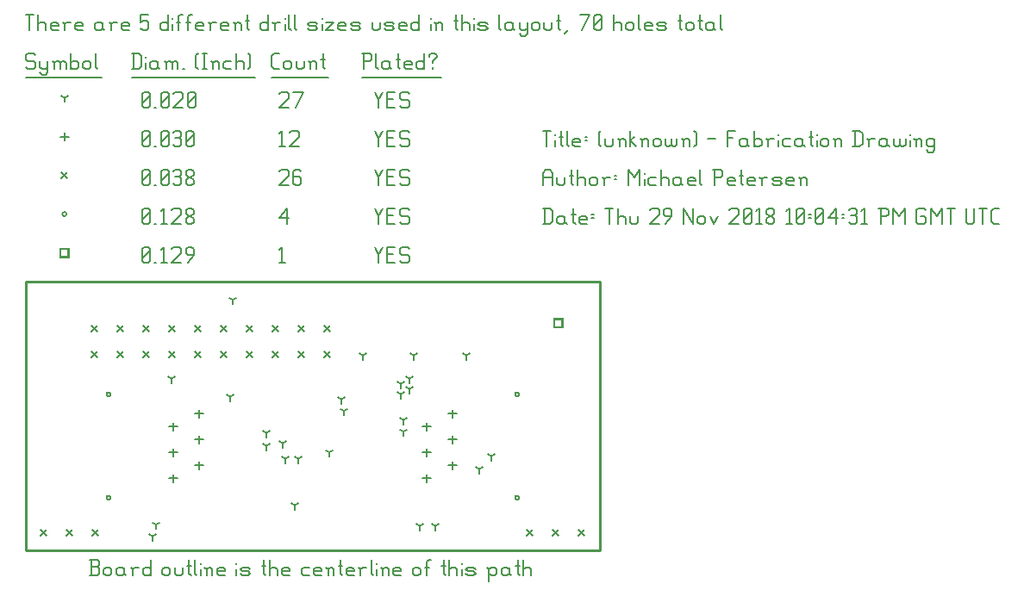
<source format=gbr>
G04 start of page 12 for group -3984 idx -3984 *
G04 Title: (unknown), fab *
G04 Creator: pcb 20140316 *
G04 CreationDate: Thu 29 Nov 2018 10:04:31 PM GMT UTC *
G04 For: railfan *
G04 Format: Gerber/RS-274X *
G04 PCB-Dimensions (mil): 2220.00 1040.00 *
G04 PCB-Coordinate-Origin: lower left *
%MOIN*%
%FSLAX25Y25*%
%LNFAB*%
%ADD74C,0.0100*%
%ADD73C,0.0075*%
%ADD72C,0.0060*%
%ADD71R,0.0080X0.0080*%
G54D71*X204400Y89600D02*X207600D01*
X204400D02*Y86400D01*
X207600D01*
Y89600D02*Y86400D01*
X13400Y116850D02*X16600D01*
X13400D02*Y113650D01*
X16600D01*
Y116850D02*Y113650D01*
G54D72*X135000Y117500D02*X136500Y114500D01*
X138000Y117500D01*
X136500Y114500D02*Y111500D01*
X139800Y114800D02*X142050D01*
X139800Y111500D02*X142800D01*
X139800Y117500D02*Y111500D01*
Y117500D02*X142800D01*
X147600D02*X148350Y116750D01*
X145350Y117500D02*X147600D01*
X144600Y116750D02*X145350Y117500D01*
X144600Y116750D02*Y115250D01*
X145350Y114500D01*
X147600D01*
X148350Y113750D01*
Y112250D01*
X147600Y111500D02*X148350Y112250D01*
X145350Y111500D02*X147600D01*
X144600Y112250D02*X145350Y111500D01*
X98000Y116300D02*X99200Y117500D01*
Y111500D01*
X98000D02*X100250D01*
X45000Y112250D02*X45750Y111500D01*
X45000Y116750D02*Y112250D01*
Y116750D02*X45750Y117500D01*
X47250D01*
X48000Y116750D01*
Y112250D01*
X47250Y111500D02*X48000Y112250D01*
X45750Y111500D02*X47250D01*
X45000Y113000D02*X48000Y116000D01*
X49800Y111500D02*X50550D01*
X52350Y116300D02*X53550Y117500D01*
Y111500D01*
X52350D02*X54600D01*
X56400Y116750D02*X57150Y117500D01*
X59400D01*
X60150Y116750D01*
Y115250D01*
X56400Y111500D02*X60150Y115250D01*
X56400Y111500D02*X60150D01*
X62700D02*X64950Y114500D01*
Y116750D02*Y114500D01*
X64200Y117500D02*X64950Y116750D01*
X62700Y117500D02*X64200D01*
X61950Y116750D02*X62700Y117500D01*
X61950Y116750D02*Y115250D01*
X62700Y114500D01*
X64950D01*
X31200Y60500D02*G75*G03X32800Y60500I800J0D01*G01*
G75*G03X31200Y60500I-800J0D01*G01*
Y20500D02*G75*G03X32800Y20500I800J0D01*G01*
G75*G03X31200Y20500I-800J0D01*G01*
X189200D02*G75*G03X190800Y20500I800J0D01*G01*
G75*G03X189200Y20500I-800J0D01*G01*
Y60500D02*G75*G03X190800Y60500I800J0D01*G01*
G75*G03X189200Y60500I-800J0D01*G01*
X14200Y130250D02*G75*G03X15800Y130250I800J0D01*G01*
G75*G03X14200Y130250I-800J0D01*G01*
X135000Y132500D02*X136500Y129500D01*
X138000Y132500D01*
X136500Y129500D02*Y126500D01*
X139800Y129800D02*X142050D01*
X139800Y126500D02*X142800D01*
X139800Y132500D02*Y126500D01*
Y132500D02*X142800D01*
X147600D02*X148350Y131750D01*
X145350Y132500D02*X147600D01*
X144600Y131750D02*X145350Y132500D01*
X144600Y131750D02*Y130250D01*
X145350Y129500D01*
X147600D01*
X148350Y128750D01*
Y127250D01*
X147600Y126500D02*X148350Y127250D01*
X145350Y126500D02*X147600D01*
X144600Y127250D02*X145350Y126500D01*
X98000Y128750D02*X101000Y132500D01*
X98000Y128750D02*X101750D01*
X101000Y132500D02*Y126500D01*
X45000Y127250D02*X45750Y126500D01*
X45000Y131750D02*Y127250D01*
Y131750D02*X45750Y132500D01*
X47250D01*
X48000Y131750D01*
Y127250D01*
X47250Y126500D02*X48000Y127250D01*
X45750Y126500D02*X47250D01*
X45000Y128000D02*X48000Y131000D01*
X49800Y126500D02*X50550D01*
X52350Y131300D02*X53550Y132500D01*
Y126500D01*
X52350D02*X54600D01*
X56400Y131750D02*X57150Y132500D01*
X59400D01*
X60150Y131750D01*
Y130250D01*
X56400Y126500D02*X60150Y130250D01*
X56400Y126500D02*X60150D01*
X61950Y127250D02*X62700Y126500D01*
X61950Y128450D02*Y127250D01*
Y128450D02*X63000Y129500D01*
X63900D01*
X64950Y128450D01*
Y127250D01*
X64200Y126500D02*X64950Y127250D01*
X62700Y126500D02*X64200D01*
X61950Y130550D02*X63000Y129500D01*
X61950Y131750D02*Y130550D01*
Y131750D02*X62700Y132500D01*
X64200D01*
X64950Y131750D01*
Y130550D01*
X63900Y129500D02*X64950Y130550D01*
X25300Y77200D02*X27700Y74800D01*
X25300D02*X27700Y77200D01*
X35300D02*X37700Y74800D01*
X35300D02*X37700Y77200D01*
X45300D02*X47700Y74800D01*
X45300D02*X47700Y77200D01*
X55300D02*X57700Y74800D01*
X55300D02*X57700Y77200D01*
X65300D02*X67700Y74800D01*
X65300D02*X67700Y77200D01*
X75300D02*X77700Y74800D01*
X75300D02*X77700Y77200D01*
X85300D02*X87700Y74800D01*
X85300D02*X87700Y77200D01*
X95300D02*X97700Y74800D01*
X95300D02*X97700Y77200D01*
X105300D02*X107700Y74800D01*
X105300D02*X107700Y77200D01*
X115300D02*X117700Y74800D01*
X115300D02*X117700Y77200D01*
X25300Y87200D02*X27700Y84800D01*
X25300D02*X27700Y87200D01*
X35300D02*X37700Y84800D01*
X35300D02*X37700Y87200D01*
X45300D02*X47700Y84800D01*
X45300D02*X47700Y87200D01*
X55300D02*X57700Y84800D01*
X55300D02*X57700Y87200D01*
X65300D02*X67700Y84800D01*
X65300D02*X67700Y87200D01*
X75300D02*X77700Y84800D01*
X75300D02*X77700Y87200D01*
X85300D02*X87700Y84800D01*
X85300D02*X87700Y87200D01*
X95300D02*X97700Y84800D01*
X95300D02*X97700Y87200D01*
X105300D02*X107700Y84800D01*
X105300D02*X107700Y87200D01*
X115300D02*X117700Y84800D01*
X115300D02*X117700Y87200D01*
X193800Y8200D02*X196200Y5800D01*
X193800D02*X196200Y8200D01*
X203800D02*X206200Y5800D01*
X203800D02*X206200Y8200D01*
X213800D02*X216200Y5800D01*
X213800D02*X216200Y8200D01*
X5800D02*X8200Y5800D01*
X5800D02*X8200Y8200D01*
X15800D02*X18200Y5800D01*
X15800D02*X18200Y8200D01*
X25800D02*X28200Y5800D01*
X25800D02*X28200Y8200D01*
X13800Y146450D02*X16200Y144050D01*
X13800D02*X16200Y146450D01*
X135000Y147500D02*X136500Y144500D01*
X138000Y147500D01*
X136500Y144500D02*Y141500D01*
X139800Y144800D02*X142050D01*
X139800Y141500D02*X142800D01*
X139800Y147500D02*Y141500D01*
Y147500D02*X142800D01*
X147600D02*X148350Y146750D01*
X145350Y147500D02*X147600D01*
X144600Y146750D02*X145350Y147500D01*
X144600Y146750D02*Y145250D01*
X145350Y144500D01*
X147600D01*
X148350Y143750D01*
Y142250D01*
X147600Y141500D02*X148350Y142250D01*
X145350Y141500D02*X147600D01*
X144600Y142250D02*X145350Y141500D01*
X98000Y146750D02*X98750Y147500D01*
X101000D01*
X101750Y146750D01*
Y145250D01*
X98000Y141500D02*X101750Y145250D01*
X98000Y141500D02*X101750D01*
X105800Y147500D02*X106550Y146750D01*
X104300Y147500D02*X105800D01*
X103550Y146750D02*X104300Y147500D01*
X103550Y146750D02*Y142250D01*
X104300Y141500D01*
X105800Y144800D02*X106550Y144050D01*
X103550Y144800D02*X105800D01*
X104300Y141500D02*X105800D01*
X106550Y142250D01*
Y144050D02*Y142250D01*
X45000D02*X45750Y141500D01*
X45000Y146750D02*Y142250D01*
Y146750D02*X45750Y147500D01*
X47250D01*
X48000Y146750D01*
Y142250D01*
X47250Y141500D02*X48000Y142250D01*
X45750Y141500D02*X47250D01*
X45000Y143000D02*X48000Y146000D01*
X49800Y141500D02*X50550D01*
X52350Y142250D02*X53100Y141500D01*
X52350Y146750D02*Y142250D01*
Y146750D02*X53100Y147500D01*
X54600D01*
X55350Y146750D01*
Y142250D01*
X54600Y141500D02*X55350Y142250D01*
X53100Y141500D02*X54600D01*
X52350Y143000D02*X55350Y146000D01*
X57150Y146750D02*X57900Y147500D01*
X59400D01*
X60150Y146750D01*
X59400Y141500D02*X60150Y142250D01*
X57900Y141500D02*X59400D01*
X57150Y142250D02*X57900Y141500D01*
Y144800D02*X59400D01*
X60150Y146750D02*Y145550D01*
Y144050D02*Y142250D01*
Y144050D02*X59400Y144800D01*
X60150Y145550D02*X59400Y144800D01*
X61950Y142250D02*X62700Y141500D01*
X61950Y143450D02*Y142250D01*
Y143450D02*X63000Y144500D01*
X63900D01*
X64950Y143450D01*
Y142250D01*
X64200Y141500D02*X64950Y142250D01*
X62700Y141500D02*X64200D01*
X61950Y145550D02*X63000Y144500D01*
X61950Y146750D02*Y145550D01*
Y146750D02*X62700Y147500D01*
X64200D01*
X64950Y146750D01*
Y145550D01*
X63900Y144500D02*X64950Y145550D01*
X67000Y54600D02*Y51400D01*
X65400Y53000D02*X68600D01*
X57000Y49600D02*Y46400D01*
X55400Y48000D02*X58600D01*
X67000Y44600D02*Y41400D01*
X65400Y43000D02*X68600D01*
X57000Y39600D02*Y36400D01*
X55400Y38000D02*X58600D01*
X67000Y34600D02*Y31400D01*
X65400Y33000D02*X68600D01*
X57000Y29600D02*Y26400D01*
X55400Y28000D02*X58600D01*
X155000Y29600D02*Y26400D01*
X153400Y28000D02*X156600D01*
X165000Y34600D02*Y31400D01*
X163400Y33000D02*X166600D01*
X155000Y39600D02*Y36400D01*
X153400Y38000D02*X156600D01*
X165000Y44600D02*Y41400D01*
X163400Y43000D02*X166600D01*
X155000Y49600D02*Y46400D01*
X153400Y48000D02*X156600D01*
X165000Y54600D02*Y51400D01*
X163400Y53000D02*X166600D01*
X15000Y161850D02*Y158650D01*
X13400Y160250D02*X16600D01*
X135000Y162500D02*X136500Y159500D01*
X138000Y162500D01*
X136500Y159500D02*Y156500D01*
X139800Y159800D02*X142050D01*
X139800Y156500D02*X142800D01*
X139800Y162500D02*Y156500D01*
Y162500D02*X142800D01*
X147600D02*X148350Y161750D01*
X145350Y162500D02*X147600D01*
X144600Y161750D02*X145350Y162500D01*
X144600Y161750D02*Y160250D01*
X145350Y159500D01*
X147600D01*
X148350Y158750D01*
Y157250D01*
X147600Y156500D02*X148350Y157250D01*
X145350Y156500D02*X147600D01*
X144600Y157250D02*X145350Y156500D01*
X98000Y161300D02*X99200Y162500D01*
Y156500D01*
X98000D02*X100250D01*
X102050Y161750D02*X102800Y162500D01*
X105050D01*
X105800Y161750D01*
Y160250D01*
X102050Y156500D02*X105800Y160250D01*
X102050Y156500D02*X105800D01*
X45000Y157250D02*X45750Y156500D01*
X45000Y161750D02*Y157250D01*
Y161750D02*X45750Y162500D01*
X47250D01*
X48000Y161750D01*
Y157250D01*
X47250Y156500D02*X48000Y157250D01*
X45750Y156500D02*X47250D01*
X45000Y158000D02*X48000Y161000D01*
X49800Y156500D02*X50550D01*
X52350Y157250D02*X53100Y156500D01*
X52350Y161750D02*Y157250D01*
Y161750D02*X53100Y162500D01*
X54600D01*
X55350Y161750D01*
Y157250D01*
X54600Y156500D02*X55350Y157250D01*
X53100Y156500D02*X54600D01*
X52350Y158000D02*X55350Y161000D01*
X57150Y161750D02*X57900Y162500D01*
X59400D01*
X60150Y161750D01*
X59400Y156500D02*X60150Y157250D01*
X57900Y156500D02*X59400D01*
X57150Y157250D02*X57900Y156500D01*
Y159800D02*X59400D01*
X60150Y161750D02*Y160550D01*
Y159050D02*Y157250D01*
Y159050D02*X59400Y159800D01*
X60150Y160550D02*X59400Y159800D01*
X61950Y157250D02*X62700Y156500D01*
X61950Y161750D02*Y157250D01*
Y161750D02*X62700Y162500D01*
X64200D01*
X64950Y161750D01*
Y157250D01*
X64200Y156500D02*X64950Y157250D01*
X62700Y156500D02*X64200D01*
X61950Y158000D02*X64950Y161000D01*
X105500Y35500D02*Y33900D01*
Y35500D02*X106887Y36300D01*
X105500Y35500D02*X104113Y36300D01*
X152500Y9500D02*Y7900D01*
Y9500D02*X153887Y10300D01*
X152500Y9500D02*X151113Y10300D01*
X56500Y66500D02*Y64900D01*
Y66500D02*X57887Y67300D01*
X56500Y66500D02*X55113Y67300D01*
X100500Y35500D02*Y33900D01*
Y35500D02*X101887Y36300D01*
X100500Y35500D02*X99113Y36300D01*
X99500Y41500D02*Y39900D01*
Y41500D02*X100887Y42300D01*
X99500Y41500D02*X98113Y42300D01*
X93000Y40500D02*Y38900D01*
Y40500D02*X94387Y41300D01*
X93000Y40500D02*X91613Y41300D01*
X93000Y45500D02*Y43900D01*
Y45500D02*X94387Y46300D01*
X93000Y45500D02*X91613Y46300D01*
X79000Y59500D02*Y57900D01*
Y59500D02*X80387Y60300D01*
X79000Y59500D02*X77613Y60300D01*
X104000Y17500D02*Y15900D01*
Y17500D02*X105387Y18300D01*
X104000Y17500D02*X102613Y18300D01*
X145000Y60500D02*Y58900D01*
Y60500D02*X146387Y61300D01*
X145000Y60500D02*X143613Y61300D01*
X146000Y46000D02*Y44400D01*
Y46000D02*X147387Y46800D01*
X146000Y46000D02*X144613Y46800D01*
X146000Y50500D02*Y48900D01*
Y50500D02*X147387Y51300D01*
X146000Y50500D02*X144613Y51300D01*
X50500Y10000D02*Y8400D01*
Y10000D02*X51887Y10800D01*
X50500Y10000D02*X49113Y10800D01*
X49000Y5500D02*Y3900D01*
Y5500D02*X50387Y6300D01*
X49000Y5500D02*X47613Y6300D01*
X175500Y31500D02*Y29900D01*
Y31500D02*X176887Y32300D01*
X175500Y31500D02*X174113Y32300D01*
X180000Y36500D02*Y34900D01*
Y36500D02*X181387Y37300D01*
X180000Y36500D02*X178613Y37300D01*
X158500Y9500D02*Y7900D01*
Y9500D02*X159887Y10300D01*
X158500Y9500D02*X157113Y10300D01*
X80000Y97000D02*Y95400D01*
Y97000D02*X81387Y97800D01*
X80000Y97000D02*X78613Y97800D01*
X148500Y62500D02*Y60900D01*
Y62500D02*X149887Y63300D01*
X148500Y62500D02*X147113Y63300D01*
X145000Y64500D02*Y62900D01*
Y64500D02*X146387Y65300D01*
X145000Y64500D02*X143613Y65300D01*
X148500Y66500D02*Y64900D01*
Y66500D02*X149887Y67300D01*
X148500Y66500D02*X147113Y67300D01*
X122000Y58500D02*Y56900D01*
Y58500D02*X123387Y59300D01*
X122000Y58500D02*X120613Y59300D01*
X117500Y38000D02*Y36400D01*
Y38000D02*X118887Y38800D01*
X117500Y38000D02*X116113Y38800D01*
X123000Y54000D02*Y52400D01*
Y54000D02*X124387Y54800D01*
X123000Y54000D02*X121613Y54800D01*
X130500Y75500D02*Y73900D01*
Y75500D02*X131887Y76300D01*
X130500Y75500D02*X129113Y76300D01*
X150000Y75500D02*Y73900D01*
Y75500D02*X151387Y76300D01*
X150000Y75500D02*X148613Y76300D01*
X170500Y75500D02*Y73900D01*
Y75500D02*X171887Y76300D01*
X170500Y75500D02*X169113Y76300D01*
X15000Y175250D02*Y173650D01*
Y175250D02*X16387Y176050D01*
X15000Y175250D02*X13613Y176050D01*
X135000Y177500D02*X136500Y174500D01*
X138000Y177500D01*
X136500Y174500D02*Y171500D01*
X139800Y174800D02*X142050D01*
X139800Y171500D02*X142800D01*
X139800Y177500D02*Y171500D01*
Y177500D02*X142800D01*
X147600D02*X148350Y176750D01*
X145350Y177500D02*X147600D01*
X144600Y176750D02*X145350Y177500D01*
X144600Y176750D02*Y175250D01*
X145350Y174500D01*
X147600D01*
X148350Y173750D01*
Y172250D01*
X147600Y171500D02*X148350Y172250D01*
X145350Y171500D02*X147600D01*
X144600Y172250D02*X145350Y171500D01*
X98000Y176750D02*X98750Y177500D01*
X101000D01*
X101750Y176750D01*
Y175250D01*
X98000Y171500D02*X101750Y175250D01*
X98000Y171500D02*X101750D01*
X104300D02*X107300Y177500D01*
X103550D02*X107300D01*
X45000Y172250D02*X45750Y171500D01*
X45000Y176750D02*Y172250D01*
Y176750D02*X45750Y177500D01*
X47250D01*
X48000Y176750D01*
Y172250D01*
X47250Y171500D02*X48000Y172250D01*
X45750Y171500D02*X47250D01*
X45000Y173000D02*X48000Y176000D01*
X49800Y171500D02*X50550D01*
X52350Y172250D02*X53100Y171500D01*
X52350Y176750D02*Y172250D01*
Y176750D02*X53100Y177500D01*
X54600D01*
X55350Y176750D01*
Y172250D01*
X54600Y171500D02*X55350Y172250D01*
X53100Y171500D02*X54600D01*
X52350Y173000D02*X55350Y176000D01*
X57150Y176750D02*X57900Y177500D01*
X60150D01*
X60900Y176750D01*
Y175250D01*
X57150Y171500D02*X60900Y175250D01*
X57150Y171500D02*X60900D01*
X62700Y172250D02*X63450Y171500D01*
X62700Y176750D02*Y172250D01*
Y176750D02*X63450Y177500D01*
X64950D01*
X65700Y176750D01*
Y172250D01*
X64950Y171500D02*X65700Y172250D01*
X63450Y171500D02*X64950D01*
X62700Y173000D02*X65700Y176000D01*
X3000Y192500D02*X3750Y191750D01*
X750Y192500D02*X3000D01*
X0Y191750D02*X750Y192500D01*
X0Y191750D02*Y190250D01*
X750Y189500D01*
X3000D01*
X3750Y188750D01*
Y187250D01*
X3000Y186500D02*X3750Y187250D01*
X750Y186500D02*X3000D01*
X0Y187250D02*X750Y186500D01*
X5550Y189500D02*Y187250D01*
X6300Y186500D01*
X8550Y189500D02*Y185000D01*
X7800Y184250D02*X8550Y185000D01*
X6300Y184250D02*X7800D01*
X5550Y185000D02*X6300Y184250D01*
Y186500D02*X7800D01*
X8550Y187250D01*
X11100Y188750D02*Y186500D01*
Y188750D02*X11850Y189500D01*
X12600D01*
X13350Y188750D01*
Y186500D01*
Y188750D02*X14100Y189500D01*
X14850D01*
X15600Y188750D01*
Y186500D01*
X10350Y189500D02*X11100Y188750D01*
X17400Y192500D02*Y186500D01*
Y187250D02*X18150Y186500D01*
X19650D01*
X20400Y187250D01*
Y188750D02*Y187250D01*
X19650Y189500D02*X20400Y188750D01*
X18150Y189500D02*X19650D01*
X17400Y188750D02*X18150Y189500D01*
X22200Y188750D02*Y187250D01*
Y188750D02*X22950Y189500D01*
X24450D01*
X25200Y188750D01*
Y187250D01*
X24450Y186500D02*X25200Y187250D01*
X22950Y186500D02*X24450D01*
X22200Y187250D02*X22950Y186500D01*
X27000Y192500D02*Y187250D01*
X27750Y186500D01*
X0Y183250D02*X29250D01*
X41750Y192500D02*Y186500D01*
X43700Y192500D02*X44750Y191450D01*
Y187550D01*
X43700Y186500D02*X44750Y187550D01*
X41000Y186500D02*X43700D01*
X41000Y192500D02*X43700D01*
G54D73*X46550Y191000D02*Y190850D01*
G54D72*Y188750D02*Y186500D01*
X50300Y189500D02*X51050Y188750D01*
X48800Y189500D02*X50300D01*
X48050Y188750D02*X48800Y189500D01*
X48050Y188750D02*Y187250D01*
X48800Y186500D01*
X51050Y189500D02*Y187250D01*
X51800Y186500D01*
X48800D02*X50300D01*
X51050Y187250D01*
X54350Y188750D02*Y186500D01*
Y188750D02*X55100Y189500D01*
X55850D01*
X56600Y188750D01*
Y186500D01*
Y188750D02*X57350Y189500D01*
X58100D01*
X58850Y188750D01*
Y186500D01*
X53600Y189500D02*X54350Y188750D01*
X60650Y186500D02*X61400D01*
X65900Y187250D02*X66650Y186500D01*
X65900Y191750D02*X66650Y192500D01*
X65900Y191750D02*Y187250D01*
X68450Y192500D02*X69950D01*
X69200D02*Y186500D01*
X68450D02*X69950D01*
X72500Y188750D02*Y186500D01*
Y188750D02*X73250Y189500D01*
X74000D01*
X74750Y188750D01*
Y186500D01*
X71750Y189500D02*X72500Y188750D01*
X77300Y189500D02*X79550D01*
X76550Y188750D02*X77300Y189500D01*
X76550Y188750D02*Y187250D01*
X77300Y186500D01*
X79550D01*
X81350Y192500D02*Y186500D01*
Y188750D02*X82100Y189500D01*
X83600D01*
X84350Y188750D01*
Y186500D01*
X86150Y192500D02*X86900Y191750D01*
Y187250D01*
X86150Y186500D02*X86900Y187250D01*
X41000Y183250D02*X88700D01*
X96050Y186500D02*X98000D01*
X95000Y187550D02*X96050Y186500D01*
X95000Y191450D02*Y187550D01*
Y191450D02*X96050Y192500D01*
X98000D01*
X99800Y188750D02*Y187250D01*
Y188750D02*X100550Y189500D01*
X102050D01*
X102800Y188750D01*
Y187250D01*
X102050Y186500D02*X102800Y187250D01*
X100550Y186500D02*X102050D01*
X99800Y187250D02*X100550Y186500D01*
X104600Y189500D02*Y187250D01*
X105350Y186500D01*
X106850D01*
X107600Y187250D01*
Y189500D02*Y187250D01*
X110150Y188750D02*Y186500D01*
Y188750D02*X110900Y189500D01*
X111650D01*
X112400Y188750D01*
Y186500D01*
X109400Y189500D02*X110150Y188750D01*
X114950Y192500D02*Y187250D01*
X115700Y186500D01*
X114200Y190250D02*X115700D01*
X95000Y183250D02*X117200D01*
X130750Y192500D02*Y186500D01*
X130000Y192500D02*X133000D01*
X133750Y191750D01*
Y190250D01*
X133000Y189500D02*X133750Y190250D01*
X130750Y189500D02*X133000D01*
X135550Y192500D02*Y187250D01*
X136300Y186500D01*
X140050Y189500D02*X140800Y188750D01*
X138550Y189500D02*X140050D01*
X137800Y188750D02*X138550Y189500D01*
X137800Y188750D02*Y187250D01*
X138550Y186500D01*
X140800Y189500D02*Y187250D01*
X141550Y186500D01*
X138550D02*X140050D01*
X140800Y187250D01*
X144100Y192500D02*Y187250D01*
X144850Y186500D01*
X143350Y190250D02*X144850D01*
X147100Y186500D02*X149350D01*
X146350Y187250D02*X147100Y186500D01*
X146350Y188750D02*Y187250D01*
Y188750D02*X147100Y189500D01*
X148600D01*
X149350Y188750D01*
X146350Y188000D02*X149350D01*
Y188750D02*Y188000D01*
X154150Y192500D02*Y186500D01*
X153400D02*X154150Y187250D01*
X151900Y186500D02*X153400D01*
X151150Y187250D02*X151900Y186500D01*
X151150Y188750D02*Y187250D01*
Y188750D02*X151900Y189500D01*
X153400D01*
X154150Y188750D01*
X157450Y189500D02*Y188750D01*
Y187250D02*Y186500D01*
X155950Y191750D02*Y191000D01*
Y191750D02*X156700Y192500D01*
X158200D01*
X158950Y191750D01*
Y191000D01*
X157450Y189500D02*X158950Y191000D01*
X130000Y183250D02*X160750D01*
X0Y207500D02*X3000D01*
X1500D02*Y201500D01*
X4800Y207500D02*Y201500D01*
Y203750D02*X5550Y204500D01*
X7050D01*
X7800Y203750D01*
Y201500D01*
X10350D02*X12600D01*
X9600Y202250D02*X10350Y201500D01*
X9600Y203750D02*Y202250D01*
Y203750D02*X10350Y204500D01*
X11850D01*
X12600Y203750D01*
X9600Y203000D02*X12600D01*
Y203750D02*Y203000D01*
X15150Y203750D02*Y201500D01*
Y203750D02*X15900Y204500D01*
X17400D01*
X14400D02*X15150Y203750D01*
X19950Y201500D02*X22200D01*
X19200Y202250D02*X19950Y201500D01*
X19200Y203750D02*Y202250D01*
Y203750D02*X19950Y204500D01*
X21450D01*
X22200Y203750D01*
X19200Y203000D02*X22200D01*
Y203750D02*Y203000D01*
X28950Y204500D02*X29700Y203750D01*
X27450Y204500D02*X28950D01*
X26700Y203750D02*X27450Y204500D01*
X26700Y203750D02*Y202250D01*
X27450Y201500D01*
X29700Y204500D02*Y202250D01*
X30450Y201500D01*
X27450D02*X28950D01*
X29700Y202250D01*
X33000Y203750D02*Y201500D01*
Y203750D02*X33750Y204500D01*
X35250D01*
X32250D02*X33000Y203750D01*
X37800Y201500D02*X40050D01*
X37050Y202250D02*X37800Y201500D01*
X37050Y203750D02*Y202250D01*
Y203750D02*X37800Y204500D01*
X39300D01*
X40050Y203750D01*
X37050Y203000D02*X40050D01*
Y203750D02*Y203000D01*
X44550Y207500D02*X47550D01*
X44550D02*Y204500D01*
X45300Y205250D01*
X46800D01*
X47550Y204500D01*
Y202250D01*
X46800Y201500D02*X47550Y202250D01*
X45300Y201500D02*X46800D01*
X44550Y202250D02*X45300Y201500D01*
X55050Y207500D02*Y201500D01*
X54300D02*X55050Y202250D01*
X52800Y201500D02*X54300D01*
X52050Y202250D02*X52800Y201500D01*
X52050Y203750D02*Y202250D01*
Y203750D02*X52800Y204500D01*
X54300D01*
X55050Y203750D01*
G54D73*X56850Y206000D02*Y205850D01*
G54D72*Y203750D02*Y201500D01*
X59100Y206750D02*Y201500D01*
Y206750D02*X59850Y207500D01*
X60600D01*
X58350Y204500D02*X59850D01*
X62850Y206750D02*Y201500D01*
Y206750D02*X63600Y207500D01*
X64350D01*
X62100Y204500D02*X63600D01*
X66600Y201500D02*X68850D01*
X65850Y202250D02*X66600Y201500D01*
X65850Y203750D02*Y202250D01*
Y203750D02*X66600Y204500D01*
X68100D01*
X68850Y203750D01*
X65850Y203000D02*X68850D01*
Y203750D02*Y203000D01*
X71400Y203750D02*Y201500D01*
Y203750D02*X72150Y204500D01*
X73650D01*
X70650D02*X71400Y203750D01*
X76200Y201500D02*X78450D01*
X75450Y202250D02*X76200Y201500D01*
X75450Y203750D02*Y202250D01*
Y203750D02*X76200Y204500D01*
X77700D01*
X78450Y203750D01*
X75450Y203000D02*X78450D01*
Y203750D02*Y203000D01*
X81000Y203750D02*Y201500D01*
Y203750D02*X81750Y204500D01*
X82500D01*
X83250Y203750D01*
Y201500D01*
X80250Y204500D02*X81000Y203750D01*
X85800Y207500D02*Y202250D01*
X86550Y201500D01*
X85050Y205250D02*X86550D01*
X93750Y207500D02*Y201500D01*
X93000D02*X93750Y202250D01*
X91500Y201500D02*X93000D01*
X90750Y202250D02*X91500Y201500D01*
X90750Y203750D02*Y202250D01*
Y203750D02*X91500Y204500D01*
X93000D01*
X93750Y203750D01*
X96300D02*Y201500D01*
Y203750D02*X97050Y204500D01*
X98550D01*
X95550D02*X96300Y203750D01*
G54D73*X100350Y206000D02*Y205850D01*
G54D72*Y203750D02*Y201500D01*
X101850Y207500D02*Y202250D01*
X102600Y201500D01*
X104100Y207500D02*Y202250D01*
X104850Y201500D01*
X109800D02*X112050D01*
X112800Y202250D01*
X112050Y203000D02*X112800Y202250D01*
X109800Y203000D02*X112050D01*
X109050Y203750D02*X109800Y203000D01*
X109050Y203750D02*X109800Y204500D01*
X112050D01*
X112800Y203750D01*
X109050Y202250D02*X109800Y201500D01*
G54D73*X114600Y206000D02*Y205850D01*
G54D72*Y203750D02*Y201500D01*
X116100Y204500D02*X119100D01*
X116100Y201500D02*X119100Y204500D01*
X116100Y201500D02*X119100D01*
X121650D02*X123900D01*
X120900Y202250D02*X121650Y201500D01*
X120900Y203750D02*Y202250D01*
Y203750D02*X121650Y204500D01*
X123150D01*
X123900Y203750D01*
X120900Y203000D02*X123900D01*
Y203750D02*Y203000D01*
X126450Y201500D02*X128700D01*
X129450Y202250D01*
X128700Y203000D02*X129450Y202250D01*
X126450Y203000D02*X128700D01*
X125700Y203750D02*X126450Y203000D01*
X125700Y203750D02*X126450Y204500D01*
X128700D01*
X129450Y203750D01*
X125700Y202250D02*X126450Y201500D01*
X133950Y204500D02*Y202250D01*
X134700Y201500D01*
X136200D01*
X136950Y202250D01*
Y204500D02*Y202250D01*
X139500Y201500D02*X141750D01*
X142500Y202250D01*
X141750Y203000D02*X142500Y202250D01*
X139500Y203000D02*X141750D01*
X138750Y203750D02*X139500Y203000D01*
X138750Y203750D02*X139500Y204500D01*
X141750D01*
X142500Y203750D01*
X138750Y202250D02*X139500Y201500D01*
X145050D02*X147300D01*
X144300Y202250D02*X145050Y201500D01*
X144300Y203750D02*Y202250D01*
Y203750D02*X145050Y204500D01*
X146550D01*
X147300Y203750D01*
X144300Y203000D02*X147300D01*
Y203750D02*Y203000D01*
X152100Y207500D02*Y201500D01*
X151350D02*X152100Y202250D01*
X149850Y201500D02*X151350D01*
X149100Y202250D02*X149850Y201500D01*
X149100Y203750D02*Y202250D01*
Y203750D02*X149850Y204500D01*
X151350D01*
X152100Y203750D01*
G54D73*X156600Y206000D02*Y205850D01*
G54D72*Y203750D02*Y201500D01*
X158850Y203750D02*Y201500D01*
Y203750D02*X159600Y204500D01*
X160350D01*
X161100Y203750D01*
Y201500D01*
X158100Y204500D02*X158850Y203750D01*
X166350Y207500D02*Y202250D01*
X167100Y201500D01*
X165600Y205250D02*X167100D01*
X168600Y207500D02*Y201500D01*
Y203750D02*X169350Y204500D01*
X170850D01*
X171600Y203750D01*
Y201500D01*
G54D73*X173400Y206000D02*Y205850D01*
G54D72*Y203750D02*Y201500D01*
X175650D02*X177900D01*
X178650Y202250D01*
X177900Y203000D02*X178650Y202250D01*
X175650Y203000D02*X177900D01*
X174900Y203750D02*X175650Y203000D01*
X174900Y203750D02*X175650Y204500D01*
X177900D01*
X178650Y203750D01*
X174900Y202250D02*X175650Y201500D01*
X183150Y207500D02*Y202250D01*
X183900Y201500D01*
X187650Y204500D02*X188400Y203750D01*
X186150Y204500D02*X187650D01*
X185400Y203750D02*X186150Y204500D01*
X185400Y203750D02*Y202250D01*
X186150Y201500D01*
X188400Y204500D02*Y202250D01*
X189150Y201500D01*
X186150D02*X187650D01*
X188400Y202250D01*
X190950Y204500D02*Y202250D01*
X191700Y201500D01*
X193950Y204500D02*Y200000D01*
X193200Y199250D02*X193950Y200000D01*
X191700Y199250D02*X193200D01*
X190950Y200000D02*X191700Y199250D01*
Y201500D02*X193200D01*
X193950Y202250D01*
X195750Y203750D02*Y202250D01*
Y203750D02*X196500Y204500D01*
X198000D01*
X198750Y203750D01*
Y202250D01*
X198000Y201500D02*X198750Y202250D01*
X196500Y201500D02*X198000D01*
X195750Y202250D02*X196500Y201500D01*
X200550Y204500D02*Y202250D01*
X201300Y201500D01*
X202800D01*
X203550Y202250D01*
Y204500D02*Y202250D01*
X206100Y207500D02*Y202250D01*
X206850Y201500D01*
X205350Y205250D02*X206850D01*
X208350Y200000D02*X209850Y201500D01*
X215100D02*X218100Y207500D01*
X214350D02*X218100D01*
X219900Y202250D02*X220650Y201500D01*
X219900Y206750D02*Y202250D01*
Y206750D02*X220650Y207500D01*
X222150D01*
X222900Y206750D01*
Y202250D01*
X222150Y201500D02*X222900Y202250D01*
X220650Y201500D02*X222150D01*
X219900Y203000D02*X222900Y206000D01*
X227400Y207500D02*Y201500D01*
Y203750D02*X228150Y204500D01*
X229650D01*
X230400Y203750D01*
Y201500D01*
X232200Y203750D02*Y202250D01*
Y203750D02*X232950Y204500D01*
X234450D01*
X235200Y203750D01*
Y202250D01*
X234450Y201500D02*X235200Y202250D01*
X232950Y201500D02*X234450D01*
X232200Y202250D02*X232950Y201500D01*
X237000Y207500D02*Y202250D01*
X237750Y201500D01*
X240000D02*X242250D01*
X239250Y202250D02*X240000Y201500D01*
X239250Y203750D02*Y202250D01*
Y203750D02*X240000Y204500D01*
X241500D01*
X242250Y203750D01*
X239250Y203000D02*X242250D01*
Y203750D02*Y203000D01*
X244800Y201500D02*X247050D01*
X247800Y202250D01*
X247050Y203000D02*X247800Y202250D01*
X244800Y203000D02*X247050D01*
X244050Y203750D02*X244800Y203000D01*
X244050Y203750D02*X244800Y204500D01*
X247050D01*
X247800Y203750D01*
X244050Y202250D02*X244800Y201500D01*
X253050Y207500D02*Y202250D01*
X253800Y201500D01*
X252300Y205250D02*X253800D01*
X255300Y203750D02*Y202250D01*
Y203750D02*X256050Y204500D01*
X257550D01*
X258300Y203750D01*
Y202250D01*
X257550Y201500D02*X258300Y202250D01*
X256050Y201500D02*X257550D01*
X255300Y202250D02*X256050Y201500D01*
X260850Y207500D02*Y202250D01*
X261600Y201500D01*
X260100Y205250D02*X261600D01*
X265350Y204500D02*X266100Y203750D01*
X263850Y204500D02*X265350D01*
X263100Y203750D02*X263850Y204500D01*
X263100Y203750D02*Y202250D01*
X263850Y201500D01*
X266100Y204500D02*Y202250D01*
X266850Y201500D01*
X263850D02*X265350D01*
X266100Y202250D01*
X268650Y207500D02*Y202250D01*
X269400Y201500D01*
G54D74*X222000Y104000D02*Y0D01*
X0D01*
Y104000D01*
X222000D01*
G54D72*X24675Y-9500D02*X27675D01*
X28425Y-8750D01*
Y-6950D02*Y-8750D01*
X27675Y-6200D02*X28425Y-6950D01*
X25425Y-6200D02*X27675D01*
X25425Y-3500D02*Y-9500D01*
X24675Y-3500D02*X27675D01*
X28425Y-4250D01*
Y-5450D01*
X27675Y-6200D02*X28425Y-5450D01*
X30225Y-7250D02*Y-8750D01*
Y-7250D02*X30975Y-6500D01*
X32475D01*
X33225Y-7250D01*
Y-8750D01*
X32475Y-9500D02*X33225Y-8750D01*
X30975Y-9500D02*X32475D01*
X30225Y-8750D02*X30975Y-9500D01*
X37275Y-6500D02*X38025Y-7250D01*
X35775Y-6500D02*X37275D01*
X35025Y-7250D02*X35775Y-6500D01*
X35025Y-7250D02*Y-8750D01*
X35775Y-9500D01*
X38025Y-6500D02*Y-8750D01*
X38775Y-9500D01*
X35775D02*X37275D01*
X38025Y-8750D01*
X41325Y-7250D02*Y-9500D01*
Y-7250D02*X42075Y-6500D01*
X43575D01*
X40575D02*X41325Y-7250D01*
X48375Y-3500D02*Y-9500D01*
X47625D02*X48375Y-8750D01*
X46125Y-9500D02*X47625D01*
X45375Y-8750D02*X46125Y-9500D01*
X45375Y-7250D02*Y-8750D01*
Y-7250D02*X46125Y-6500D01*
X47625D01*
X48375Y-7250D01*
X52875D02*Y-8750D01*
Y-7250D02*X53625Y-6500D01*
X55125D01*
X55875Y-7250D01*
Y-8750D01*
X55125Y-9500D02*X55875Y-8750D01*
X53625Y-9500D02*X55125D01*
X52875Y-8750D02*X53625Y-9500D01*
X57675Y-6500D02*Y-8750D01*
X58425Y-9500D01*
X59925D01*
X60675Y-8750D01*
Y-6500D02*Y-8750D01*
X63225Y-3500D02*Y-8750D01*
X63975Y-9500D01*
X62475Y-5750D02*X63975D01*
X65475Y-3500D02*Y-8750D01*
X66225Y-9500D01*
G54D73*X67725Y-5000D02*Y-5150D01*
G54D72*Y-7250D02*Y-9500D01*
X69975Y-7250D02*Y-9500D01*
Y-7250D02*X70725Y-6500D01*
X71475D01*
X72225Y-7250D01*
Y-9500D01*
X69225Y-6500D02*X69975Y-7250D01*
X74775Y-9500D02*X77025D01*
X74025Y-8750D02*X74775Y-9500D01*
X74025Y-7250D02*Y-8750D01*
Y-7250D02*X74775Y-6500D01*
X76275D01*
X77025Y-7250D01*
X74025Y-8000D02*X77025D01*
Y-7250D02*Y-8000D01*
G54D73*X81525Y-5000D02*Y-5150D01*
G54D72*Y-7250D02*Y-9500D01*
X83775D02*X86025D01*
X86775Y-8750D01*
X86025Y-8000D02*X86775Y-8750D01*
X83775Y-8000D02*X86025D01*
X83025Y-7250D02*X83775Y-8000D01*
X83025Y-7250D02*X83775Y-6500D01*
X86025D01*
X86775Y-7250D01*
X83025Y-8750D02*X83775Y-9500D01*
X92025Y-3500D02*Y-8750D01*
X92775Y-9500D01*
X91275Y-5750D02*X92775D01*
X94275Y-3500D02*Y-9500D01*
Y-7250D02*X95025Y-6500D01*
X96525D01*
X97275Y-7250D01*
Y-9500D01*
X99825D02*X102075D01*
X99075Y-8750D02*X99825Y-9500D01*
X99075Y-7250D02*Y-8750D01*
Y-7250D02*X99825Y-6500D01*
X101325D01*
X102075Y-7250D01*
X99075Y-8000D02*X102075D01*
Y-7250D02*Y-8000D01*
X107325Y-6500D02*X109575D01*
X106575Y-7250D02*X107325Y-6500D01*
X106575Y-7250D02*Y-8750D01*
X107325Y-9500D01*
X109575D01*
X112125D02*X114375D01*
X111375Y-8750D02*X112125Y-9500D01*
X111375Y-7250D02*Y-8750D01*
Y-7250D02*X112125Y-6500D01*
X113625D01*
X114375Y-7250D01*
X111375Y-8000D02*X114375D01*
Y-7250D02*Y-8000D01*
X116925Y-7250D02*Y-9500D01*
Y-7250D02*X117675Y-6500D01*
X118425D01*
X119175Y-7250D01*
Y-9500D01*
X116175Y-6500D02*X116925Y-7250D01*
X121725Y-3500D02*Y-8750D01*
X122475Y-9500D01*
X120975Y-5750D02*X122475D01*
X124725Y-9500D02*X126975D01*
X123975Y-8750D02*X124725Y-9500D01*
X123975Y-7250D02*Y-8750D01*
Y-7250D02*X124725Y-6500D01*
X126225D01*
X126975Y-7250D01*
X123975Y-8000D02*X126975D01*
Y-7250D02*Y-8000D01*
X129525Y-7250D02*Y-9500D01*
Y-7250D02*X130275Y-6500D01*
X131775D01*
X128775D02*X129525Y-7250D01*
X133575Y-3500D02*Y-8750D01*
X134325Y-9500D01*
G54D73*X135825Y-5000D02*Y-5150D01*
G54D72*Y-7250D02*Y-9500D01*
X138075Y-7250D02*Y-9500D01*
Y-7250D02*X138825Y-6500D01*
X139575D01*
X140325Y-7250D01*
Y-9500D01*
X137325Y-6500D02*X138075Y-7250D01*
X142875Y-9500D02*X145125D01*
X142125Y-8750D02*X142875Y-9500D01*
X142125Y-7250D02*Y-8750D01*
Y-7250D02*X142875Y-6500D01*
X144375D01*
X145125Y-7250D01*
X142125Y-8000D02*X145125D01*
Y-7250D02*Y-8000D01*
X149625Y-7250D02*Y-8750D01*
Y-7250D02*X150375Y-6500D01*
X151875D01*
X152625Y-7250D01*
Y-8750D01*
X151875Y-9500D02*X152625Y-8750D01*
X150375Y-9500D02*X151875D01*
X149625Y-8750D02*X150375Y-9500D01*
X155175Y-4250D02*Y-9500D01*
Y-4250D02*X155925Y-3500D01*
X156675D01*
X154425Y-6500D02*X155925D01*
X161625Y-3500D02*Y-8750D01*
X162375Y-9500D01*
X160875Y-5750D02*X162375D01*
X163875Y-3500D02*Y-9500D01*
Y-7250D02*X164625Y-6500D01*
X166125D01*
X166875Y-7250D01*
Y-9500D01*
G54D73*X168675Y-5000D02*Y-5150D01*
G54D72*Y-7250D02*Y-9500D01*
X170925D02*X173175D01*
X173925Y-8750D01*
X173175Y-8000D02*X173925Y-8750D01*
X170925Y-8000D02*X173175D01*
X170175Y-7250D02*X170925Y-8000D01*
X170175Y-7250D02*X170925Y-6500D01*
X173175D01*
X173925Y-7250D01*
X170175Y-8750D02*X170925Y-9500D01*
X179175Y-7250D02*Y-11750D01*
X178425Y-6500D02*X179175Y-7250D01*
X179925Y-6500D01*
X181425D01*
X182175Y-7250D01*
Y-8750D01*
X181425Y-9500D02*X182175Y-8750D01*
X179925Y-9500D02*X181425D01*
X179175Y-8750D02*X179925Y-9500D01*
X186225Y-6500D02*X186975Y-7250D01*
X184725Y-6500D02*X186225D01*
X183975Y-7250D02*X184725Y-6500D01*
X183975Y-7250D02*Y-8750D01*
X184725Y-9500D01*
X186975Y-6500D02*Y-8750D01*
X187725Y-9500D01*
X184725D02*X186225D01*
X186975Y-8750D01*
X190275Y-3500D02*Y-8750D01*
X191025Y-9500D01*
X189525Y-5750D02*X191025D01*
X192525Y-3500D02*Y-9500D01*
Y-7250D02*X193275Y-6500D01*
X194775D01*
X195525Y-7250D01*
Y-9500D01*
X200750Y132500D02*Y126500D01*
X202700Y132500D02*X203750Y131450D01*
Y127550D01*
X202700Y126500D02*X203750Y127550D01*
X200000Y126500D02*X202700D01*
X200000Y132500D02*X202700D01*
X207800Y129500D02*X208550Y128750D01*
X206300Y129500D02*X207800D01*
X205550Y128750D02*X206300Y129500D01*
X205550Y128750D02*Y127250D01*
X206300Y126500D01*
X208550Y129500D02*Y127250D01*
X209300Y126500D01*
X206300D02*X207800D01*
X208550Y127250D01*
X211850Y132500D02*Y127250D01*
X212600Y126500D01*
X211100Y130250D02*X212600D01*
X214850Y126500D02*X217100D01*
X214100Y127250D02*X214850Y126500D01*
X214100Y128750D02*Y127250D01*
Y128750D02*X214850Y129500D01*
X216350D01*
X217100Y128750D01*
X214100Y128000D02*X217100D01*
Y128750D02*Y128000D01*
X218900Y130250D02*X219650D01*
X218900Y128750D02*X219650D01*
X224150Y132500D02*X227150D01*
X225650D02*Y126500D01*
X228950Y132500D02*Y126500D01*
Y128750D02*X229700Y129500D01*
X231200D01*
X231950Y128750D01*
Y126500D01*
X233750Y129500D02*Y127250D01*
X234500Y126500D01*
X236000D01*
X236750Y127250D01*
Y129500D02*Y127250D01*
X241250Y131750D02*X242000Y132500D01*
X244250D01*
X245000Y131750D01*
Y130250D01*
X241250Y126500D02*X245000Y130250D01*
X241250Y126500D02*X245000D01*
X247550D02*X249800Y129500D01*
Y131750D02*Y129500D01*
X249050Y132500D02*X249800Y131750D01*
X247550Y132500D02*X249050D01*
X246800Y131750D02*X247550Y132500D01*
X246800Y131750D02*Y130250D01*
X247550Y129500D01*
X249800D01*
X254300Y132500D02*Y126500D01*
Y132500D02*X258050Y126500D01*
Y132500D02*Y126500D01*
X259850Y128750D02*Y127250D01*
Y128750D02*X260600Y129500D01*
X262100D01*
X262850Y128750D01*
Y127250D01*
X262100Y126500D02*X262850Y127250D01*
X260600Y126500D02*X262100D01*
X259850Y127250D02*X260600Y126500D01*
X264650Y129500D02*X266150Y126500D01*
X267650Y129500D02*X266150Y126500D01*
X272150Y131750D02*X272900Y132500D01*
X275150D01*
X275900Y131750D01*
Y130250D01*
X272150Y126500D02*X275900Y130250D01*
X272150Y126500D02*X275900D01*
X277700Y127250D02*X278450Y126500D01*
X277700Y131750D02*Y127250D01*
Y131750D02*X278450Y132500D01*
X279950D01*
X280700Y131750D01*
Y127250D01*
X279950Y126500D02*X280700Y127250D01*
X278450Y126500D02*X279950D01*
X277700Y128000D02*X280700Y131000D01*
X282500Y131300D02*X283700Y132500D01*
Y126500D01*
X282500D02*X284750D01*
X286550Y127250D02*X287300Y126500D01*
X286550Y128450D02*Y127250D01*
Y128450D02*X287600Y129500D01*
X288500D01*
X289550Y128450D01*
Y127250D01*
X288800Y126500D02*X289550Y127250D01*
X287300Y126500D02*X288800D01*
X286550Y130550D02*X287600Y129500D01*
X286550Y131750D02*Y130550D01*
Y131750D02*X287300Y132500D01*
X288800D01*
X289550Y131750D01*
Y130550D01*
X288500Y129500D02*X289550Y130550D01*
X294050Y131300D02*X295250Y132500D01*
Y126500D01*
X294050D02*X296300D01*
X298100Y127250D02*X298850Y126500D01*
X298100Y131750D02*Y127250D01*
Y131750D02*X298850Y132500D01*
X300350D01*
X301100Y131750D01*
Y127250D01*
X300350Y126500D02*X301100Y127250D01*
X298850Y126500D02*X300350D01*
X298100Y128000D02*X301100Y131000D01*
X302900Y130250D02*X303650D01*
X302900Y128750D02*X303650D01*
X305450Y127250D02*X306200Y126500D01*
X305450Y131750D02*Y127250D01*
Y131750D02*X306200Y132500D01*
X307700D01*
X308450Y131750D01*
Y127250D01*
X307700Y126500D02*X308450Y127250D01*
X306200Y126500D02*X307700D01*
X305450Y128000D02*X308450Y131000D01*
X310250Y128750D02*X313250Y132500D01*
X310250Y128750D02*X314000D01*
X313250Y132500D02*Y126500D01*
X315800Y130250D02*X316550D01*
X315800Y128750D02*X316550D01*
X318350Y131750D02*X319100Y132500D01*
X320600D01*
X321350Y131750D01*
X320600Y126500D02*X321350Y127250D01*
X319100Y126500D02*X320600D01*
X318350Y127250D02*X319100Y126500D01*
Y129800D02*X320600D01*
X321350Y131750D02*Y130550D01*
Y129050D02*Y127250D01*
Y129050D02*X320600Y129800D01*
X321350Y130550D02*X320600Y129800D01*
X323150Y131300D02*X324350Y132500D01*
Y126500D01*
X323150D02*X325400D01*
X330650Y132500D02*Y126500D01*
X329900Y132500D02*X332900D01*
X333650Y131750D01*
Y130250D01*
X332900Y129500D02*X333650Y130250D01*
X330650Y129500D02*X332900D01*
X335450Y132500D02*Y126500D01*
Y132500D02*X337700Y129500D01*
X339950Y132500D01*
Y126500D01*
X347450Y132500D02*X348200Y131750D01*
X345200Y132500D02*X347450D01*
X344450Y131750D02*X345200Y132500D01*
X344450Y131750D02*Y127250D01*
X345200Y126500D01*
X347450D01*
X348200Y127250D01*
Y128750D02*Y127250D01*
X347450Y129500D02*X348200Y128750D01*
X345950Y129500D02*X347450D01*
X350000Y132500D02*Y126500D01*
Y132500D02*X352250Y129500D01*
X354500Y132500D01*
Y126500D01*
X356300Y132500D02*X359300D01*
X357800D02*Y126500D01*
X363800Y132500D02*Y127250D01*
X364550Y126500D01*
X366050D01*
X366800Y127250D01*
Y132500D02*Y127250D01*
X368600Y132500D02*X371600D01*
X370100D02*Y126500D01*
X374450D02*X376400D01*
X373400Y127550D02*X374450Y126500D01*
X373400Y131450D02*Y127550D01*
Y131450D02*X374450Y132500D01*
X376400D01*
X200000Y146000D02*Y141500D01*
Y146000D02*X201050Y147500D01*
X202700D01*
X203750Y146000D01*
Y141500D01*
X200000Y144500D02*X203750D01*
X205550D02*Y142250D01*
X206300Y141500D01*
X207800D01*
X208550Y142250D01*
Y144500D02*Y142250D01*
X211100Y147500D02*Y142250D01*
X211850Y141500D01*
X210350Y145250D02*X211850D01*
X213350Y147500D02*Y141500D01*
Y143750D02*X214100Y144500D01*
X215600D01*
X216350Y143750D01*
Y141500D01*
X218150Y143750D02*Y142250D01*
Y143750D02*X218900Y144500D01*
X220400D01*
X221150Y143750D01*
Y142250D01*
X220400Y141500D02*X221150Y142250D01*
X218900Y141500D02*X220400D01*
X218150Y142250D02*X218900Y141500D01*
X223700Y143750D02*Y141500D01*
Y143750D02*X224450Y144500D01*
X225950D01*
X222950D02*X223700Y143750D01*
X227750Y145250D02*X228500D01*
X227750Y143750D02*X228500D01*
X233000Y147500D02*Y141500D01*
Y147500D02*X235250Y144500D01*
X237500Y147500D01*
Y141500D01*
G54D73*X239300Y146000D02*Y145850D01*
G54D72*Y143750D02*Y141500D01*
X241550Y144500D02*X243800D01*
X240800Y143750D02*X241550Y144500D01*
X240800Y143750D02*Y142250D01*
X241550Y141500D01*
X243800D01*
X245600Y147500D02*Y141500D01*
Y143750D02*X246350Y144500D01*
X247850D01*
X248600Y143750D01*
Y141500D01*
X252650Y144500D02*X253400Y143750D01*
X251150Y144500D02*X252650D01*
X250400Y143750D02*X251150Y144500D01*
X250400Y143750D02*Y142250D01*
X251150Y141500D01*
X253400Y144500D02*Y142250D01*
X254150Y141500D01*
X251150D02*X252650D01*
X253400Y142250D01*
X256700Y141500D02*X258950D01*
X255950Y142250D02*X256700Y141500D01*
X255950Y143750D02*Y142250D01*
Y143750D02*X256700Y144500D01*
X258200D01*
X258950Y143750D01*
X255950Y143000D02*X258950D01*
Y143750D02*Y143000D01*
X260750Y147500D02*Y142250D01*
X261500Y141500D01*
X266450Y147500D02*Y141500D01*
X265700Y147500D02*X268700D01*
X269450Y146750D01*
Y145250D01*
X268700Y144500D02*X269450Y145250D01*
X266450Y144500D02*X268700D01*
X272000Y141500D02*X274250D01*
X271250Y142250D02*X272000Y141500D01*
X271250Y143750D02*Y142250D01*
Y143750D02*X272000Y144500D01*
X273500D01*
X274250Y143750D01*
X271250Y143000D02*X274250D01*
Y143750D02*Y143000D01*
X276800Y147500D02*Y142250D01*
X277550Y141500D01*
X276050Y145250D02*X277550D01*
X279800Y141500D02*X282050D01*
X279050Y142250D02*X279800Y141500D01*
X279050Y143750D02*Y142250D01*
Y143750D02*X279800Y144500D01*
X281300D01*
X282050Y143750D01*
X279050Y143000D02*X282050D01*
Y143750D02*Y143000D01*
X284600Y143750D02*Y141500D01*
Y143750D02*X285350Y144500D01*
X286850D01*
X283850D02*X284600Y143750D01*
X289400Y141500D02*X291650D01*
X292400Y142250D01*
X291650Y143000D02*X292400Y142250D01*
X289400Y143000D02*X291650D01*
X288650Y143750D02*X289400Y143000D01*
X288650Y143750D02*X289400Y144500D01*
X291650D01*
X292400Y143750D01*
X288650Y142250D02*X289400Y141500D01*
X294950D02*X297200D01*
X294200Y142250D02*X294950Y141500D01*
X294200Y143750D02*Y142250D01*
Y143750D02*X294950Y144500D01*
X296450D01*
X297200Y143750D01*
X294200Y143000D02*X297200D01*
Y143750D02*Y143000D01*
X299750Y143750D02*Y141500D01*
Y143750D02*X300500Y144500D01*
X301250D01*
X302000Y143750D01*
Y141500D01*
X299000Y144500D02*X299750Y143750D01*
X200000Y162500D02*X203000D01*
X201500D02*Y156500D01*
G54D73*X204800Y161000D02*Y160850D01*
G54D72*Y158750D02*Y156500D01*
X207050Y162500D02*Y157250D01*
X207800Y156500D01*
X206300Y160250D02*X207800D01*
X209300Y162500D02*Y157250D01*
X210050Y156500D01*
X212300D02*X214550D01*
X211550Y157250D02*X212300Y156500D01*
X211550Y158750D02*Y157250D01*
Y158750D02*X212300Y159500D01*
X213800D01*
X214550Y158750D01*
X211550Y158000D02*X214550D01*
Y158750D02*Y158000D01*
X216350Y160250D02*X217100D01*
X216350Y158750D02*X217100D01*
X221600Y157250D02*X222350Y156500D01*
X221600Y161750D02*X222350Y162500D01*
X221600Y161750D02*Y157250D01*
X224150Y159500D02*Y157250D01*
X224900Y156500D01*
X226400D01*
X227150Y157250D01*
Y159500D02*Y157250D01*
X229700Y158750D02*Y156500D01*
Y158750D02*X230450Y159500D01*
X231200D01*
X231950Y158750D01*
Y156500D01*
X228950Y159500D02*X229700Y158750D01*
X233750Y162500D02*Y156500D01*
Y158750D02*X236000Y156500D01*
X233750Y158750D02*X235250Y160250D01*
X238550Y158750D02*Y156500D01*
Y158750D02*X239300Y159500D01*
X240050D01*
X240800Y158750D01*
Y156500D01*
X237800Y159500D02*X238550Y158750D01*
X242600D02*Y157250D01*
Y158750D02*X243350Y159500D01*
X244850D01*
X245600Y158750D01*
Y157250D01*
X244850Y156500D02*X245600Y157250D01*
X243350Y156500D02*X244850D01*
X242600Y157250D02*X243350Y156500D01*
X247400Y159500D02*Y157250D01*
X248150Y156500D01*
X248900D01*
X249650Y157250D01*
Y159500D02*Y157250D01*
X250400Y156500D01*
X251150D01*
X251900Y157250D01*
Y159500D02*Y157250D01*
X254450Y158750D02*Y156500D01*
Y158750D02*X255200Y159500D01*
X255950D01*
X256700Y158750D01*
Y156500D01*
X253700Y159500D02*X254450Y158750D01*
X258500Y162500D02*X259250Y161750D01*
Y157250D01*
X258500Y156500D02*X259250Y157250D01*
X263750Y159500D02*X266750D01*
X271250Y162500D02*Y156500D01*
Y162500D02*X274250D01*
X271250Y159800D02*X273500D01*
X278300Y159500D02*X279050Y158750D01*
X276800Y159500D02*X278300D01*
X276050Y158750D02*X276800Y159500D01*
X276050Y158750D02*Y157250D01*
X276800Y156500D01*
X279050Y159500D02*Y157250D01*
X279800Y156500D01*
X276800D02*X278300D01*
X279050Y157250D01*
X281600Y162500D02*Y156500D01*
Y157250D02*X282350Y156500D01*
X283850D01*
X284600Y157250D01*
Y158750D02*Y157250D01*
X283850Y159500D02*X284600Y158750D01*
X282350Y159500D02*X283850D01*
X281600Y158750D02*X282350Y159500D01*
X287150Y158750D02*Y156500D01*
Y158750D02*X287900Y159500D01*
X289400D01*
X286400D02*X287150Y158750D01*
G54D73*X291200Y161000D02*Y160850D01*
G54D72*Y158750D02*Y156500D01*
X293450Y159500D02*X295700D01*
X292700Y158750D02*X293450Y159500D01*
X292700Y158750D02*Y157250D01*
X293450Y156500D01*
X295700D01*
X299750Y159500D02*X300500Y158750D01*
X298250Y159500D02*X299750D01*
X297500Y158750D02*X298250Y159500D01*
X297500Y158750D02*Y157250D01*
X298250Y156500D01*
X300500Y159500D02*Y157250D01*
X301250Y156500D01*
X298250D02*X299750D01*
X300500Y157250D01*
X303800Y162500D02*Y157250D01*
X304550Y156500D01*
X303050Y160250D02*X304550D01*
G54D73*X306050Y161000D02*Y160850D01*
G54D72*Y158750D02*Y156500D01*
X307550Y158750D02*Y157250D01*
Y158750D02*X308300Y159500D01*
X309800D01*
X310550Y158750D01*
Y157250D01*
X309800Y156500D02*X310550Y157250D01*
X308300Y156500D02*X309800D01*
X307550Y157250D02*X308300Y156500D01*
X313100Y158750D02*Y156500D01*
Y158750D02*X313850Y159500D01*
X314600D01*
X315350Y158750D01*
Y156500D01*
X312350Y159500D02*X313100Y158750D01*
X320600Y162500D02*Y156500D01*
X322550Y162500D02*X323600Y161450D01*
Y157550D01*
X322550Y156500D02*X323600Y157550D01*
X319850Y156500D02*X322550D01*
X319850Y162500D02*X322550D01*
X326150Y158750D02*Y156500D01*
Y158750D02*X326900Y159500D01*
X328400D01*
X325400D02*X326150Y158750D01*
X332450Y159500D02*X333200Y158750D01*
X330950Y159500D02*X332450D01*
X330200Y158750D02*X330950Y159500D01*
X330200Y158750D02*Y157250D01*
X330950Y156500D01*
X333200Y159500D02*Y157250D01*
X333950Y156500D01*
X330950D02*X332450D01*
X333200Y157250D01*
X335750Y159500D02*Y157250D01*
X336500Y156500D01*
X337250D01*
X338000Y157250D01*
Y159500D02*Y157250D01*
X338750Y156500D01*
X339500D01*
X340250Y157250D01*
Y159500D02*Y157250D01*
G54D73*X342050Y161000D02*Y160850D01*
G54D72*Y158750D02*Y156500D01*
X344300Y158750D02*Y156500D01*
Y158750D02*X345050Y159500D01*
X345800D01*
X346550Y158750D01*
Y156500D01*
X343550Y159500D02*X344300Y158750D01*
X350600Y159500D02*X351350Y158750D01*
X349100Y159500D02*X350600D01*
X348350Y158750D02*X349100Y159500D01*
X348350Y158750D02*Y157250D01*
X349100Y156500D01*
X350600D01*
X351350Y157250D01*
X348350Y155000D02*X349100Y154250D01*
X350600D01*
X351350Y155000D01*
Y159500D02*Y155000D01*
M02*

</source>
